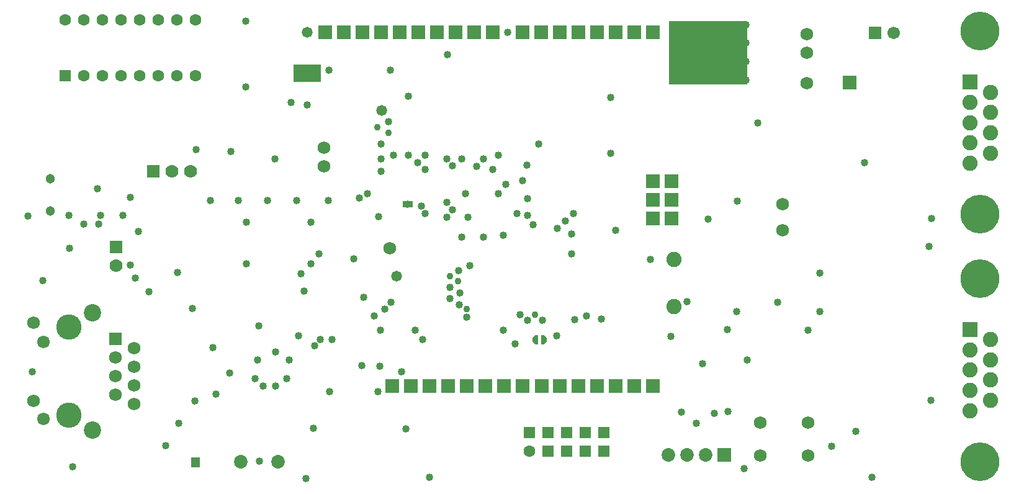
<source format=gbs>
G04*
G04 #@! TF.GenerationSoftware,Altium Limited,Altium Designer,20.1.7 (139)*
G04*
G04 Layer_Color=16711935*
%FSLAX25Y25*%
%MOIN*%
G70*
G04*
G04 #@! TF.SameCoordinates,24E638B0-66B5-4ADB-958A-7C5563F4B5AF*
G04*
G04*
G04 #@! TF.FilePolarity,Negative*
G04*
G01*
G75*
%ADD70C,0.05800*%
%ADD72C,0.07000*%
%ADD73R,0.05800X0.03800*%
%ADD76R,0.05130X0.05520*%
%ADD103R,0.42150X0.33950*%
%ADD105R,0.14600X0.09300*%
%ADD113R,0.07000X0.07000*%
%ADD114C,0.06800*%
%ADD115C,0.05131*%
%ADD116R,0.07000X0.07000*%
%ADD117C,0.07300*%
%ADD118C,0.06700*%
%ADD119R,0.06700X0.06700*%
%ADD120R,0.07300X0.07300*%
%ADD121R,0.06300X0.06300*%
%ADD122C,0.06300*%
%ADD123C,0.08200*%
%ADD124C,0.06310*%
%ADD125R,0.06310X0.06310*%
%ADD126C,0.13595*%
%ADD127R,0.06800X0.06800*%
%ADD128C,0.06784*%
%ADD129C,0.09300*%
%ADD130R,0.08200X0.08200*%
%ADD131C,0.20800*%
%ADD132R,0.07400X0.07400*%
%ADD133R,0.07800X0.07800*%
%ADD134C,0.04028*%
%ADD135C,0.03635*%
G36*
X444970Y238160D02*
X443300D01*
X441720Y236590D01*
Y234810D01*
X443300Y233240D01*
X444970D01*
Y238160D01*
D02*
G37*
G36*
X446350Y233240D02*
X448020D01*
X449600Y234860D01*
Y236640D01*
X448020Y238160D01*
X446350D01*
Y233240D01*
D02*
G37*
D70*
X360800Y358800D02*
D03*
X368800Y269800D02*
D03*
X320800Y400800D02*
D03*
D72*
X218300Y275300D02*
D03*
X258150Y326030D02*
D03*
X248150D02*
D03*
D73*
X374800Y308300D02*
D03*
D76*
X260805Y169800D02*
D03*
D103*
X536312Y389619D02*
D03*
D105*
X320800Y378800D02*
D03*
D113*
X218300Y285300D02*
D03*
D114*
X564230Y191150D02*
D03*
X589820D02*
D03*
X564230Y173430D02*
D03*
X589820D02*
D03*
X330000Y338910D02*
D03*
Y328910D02*
D03*
X576070Y308430D02*
D03*
Y294430D02*
D03*
X589300Y399800D02*
D03*
Y389800D02*
D03*
X228000Y231200D02*
D03*
X218000Y226200D02*
D03*
X228000Y221200D02*
D03*
X218000Y216200D02*
D03*
X228000Y211200D02*
D03*
X218000Y206200D02*
D03*
X228000Y201200D02*
D03*
X173700Y244700D02*
D03*
Y202700D02*
D03*
X365300Y284800D02*
D03*
X589300Y373300D02*
D03*
D115*
X182710Y304790D02*
D03*
Y322110D02*
D03*
D116*
X238150Y326030D02*
D03*
D117*
X305290Y170130D02*
D03*
X285290D02*
D03*
X534930Y173800D02*
D03*
X524930D02*
D03*
X514930D02*
D03*
D118*
X635800Y400300D02*
D03*
D119*
X625800D02*
D03*
D120*
X544930Y173800D02*
D03*
D121*
X190850Y377570D02*
D03*
D122*
X200850D02*
D03*
X210850D02*
D03*
X220850D02*
D03*
X230850D02*
D03*
X240850D02*
D03*
X250850D02*
D03*
X260850D02*
D03*
Y407570D02*
D03*
X250850D02*
D03*
X240850D02*
D03*
X230850D02*
D03*
X220850D02*
D03*
X210850D02*
D03*
X200850D02*
D03*
X190850D02*
D03*
D123*
X517800Y253300D02*
D03*
Y278900D02*
D03*
X676730Y363110D02*
D03*
Y352210D02*
D03*
Y341310D02*
D03*
Y330410D02*
D03*
X687930Y368510D02*
D03*
Y357610D02*
D03*
Y346810D02*
D03*
Y335910D02*
D03*
X676730Y230240D02*
D03*
Y219340D02*
D03*
Y208440D02*
D03*
Y197540D02*
D03*
X687930Y235640D02*
D03*
Y224740D02*
D03*
Y213940D02*
D03*
Y203040D02*
D03*
D124*
X440330Y175630D02*
D03*
D125*
X440335Y185625D02*
D03*
X450335Y175625D02*
D03*
Y185625D02*
D03*
X460335Y175625D02*
D03*
Y185625D02*
D03*
X470335Y175625D02*
D03*
Y185625D02*
D03*
X480335Y175625D02*
D03*
Y185625D02*
D03*
D126*
X193000Y242320D02*
D03*
Y195080D02*
D03*
D127*
X218000Y236200D02*
D03*
D128*
X179220Y234450D02*
D03*
Y193110D02*
D03*
D129*
X205500Y250200D02*
D03*
Y187200D02*
D03*
D130*
X676730Y374010D02*
D03*
Y241140D02*
D03*
D131*
X682330Y401410D02*
D03*
Y303010D02*
D03*
Y268540D02*
D03*
Y170140D02*
D03*
D132*
X466630Y400840D02*
D03*
X456630Y210840D02*
D03*
X476630Y400840D02*
D03*
X486630D02*
D03*
X496630D02*
D03*
X506630D02*
D03*
X456630D02*
D03*
X446630D02*
D03*
X436630D02*
D03*
X420630D02*
D03*
X410630D02*
D03*
X400630D02*
D03*
X390630D02*
D03*
X380630D02*
D03*
X370630D02*
D03*
X360630D02*
D03*
X350630D02*
D03*
X466630Y210840D02*
D03*
X476630D02*
D03*
X486630D02*
D03*
X496630D02*
D03*
X506630D02*
D03*
X436630D02*
D03*
X426630D02*
D03*
X416630D02*
D03*
X406630D02*
D03*
X396630D02*
D03*
X386630D02*
D03*
X340630Y400840D02*
D03*
X330630D02*
D03*
X376630Y210840D02*
D03*
X366630D02*
D03*
X446800Y210800D02*
D03*
D133*
X516630Y310840D02*
D03*
X506630D02*
D03*
Y320840D02*
D03*
X516630D02*
D03*
Y300840D02*
D03*
X506630D02*
D03*
X612300Y373800D02*
D03*
D134*
X295000Y243100D02*
D03*
X517030Y375240D02*
D03*
X526870D02*
D03*
X536710D02*
D03*
X546560D02*
D03*
X556400D02*
D03*
X517020Y385090D02*
D03*
X526860D02*
D03*
X536700D02*
D03*
X546540D02*
D03*
X556390D02*
D03*
X517020Y394940D02*
D03*
X526860D02*
D03*
X536700D02*
D03*
X546540D02*
D03*
X556390D02*
D03*
X517010Y404780D02*
D03*
X526850D02*
D03*
X536690D02*
D03*
X546530D02*
D03*
X556380D02*
D03*
X395960Y309300D02*
D03*
X398800Y305500D02*
D03*
X395960Y301430D02*
D03*
X382300Y307300D02*
D03*
X384150Y303400D02*
D03*
X403850Y290610D02*
D03*
X420560Y327020D02*
D03*
X384150D02*
D03*
X380200Y330800D02*
D03*
X384150Y334890D02*
D03*
X395800Y332900D02*
D03*
X398700Y329000D02*
D03*
X415650Y290620D02*
D03*
X408300Y275500D02*
D03*
X315250Y310290D02*
D03*
X332300Y310400D02*
D03*
X427450Y319150D02*
D03*
X551430Y250800D02*
D03*
X524900Y256150D02*
D03*
X546590Y240960D02*
D03*
X283750Y310290D02*
D03*
X445180Y340790D02*
D03*
X299500Y310290D02*
D03*
X438800Y329300D02*
D03*
X360520Y340800D02*
D03*
X364460Y352610D02*
D03*
X403830Y332930D02*
D03*
X415650Y332910D02*
D03*
X439260Y311270D02*
D03*
X439300Y302300D02*
D03*
X655800Y203000D02*
D03*
X442220Y297490D02*
D03*
X459600Y299500D02*
D03*
X455010Y295520D02*
D03*
X539660Y196110D02*
D03*
X521800Y196600D02*
D03*
X505210Y278790D02*
D03*
X551900Y310000D02*
D03*
X562700Y352000D02*
D03*
X360520Y326040D02*
D03*
X268990Y310290D02*
D03*
X312180Y362940D02*
D03*
X351300Y258300D02*
D03*
X360300Y240800D02*
D03*
X402100Y272800D02*
D03*
X365900Y255700D02*
D03*
X397400Y263900D02*
D03*
X303800Y210800D02*
D03*
X297300D02*
D03*
X303800Y229000D02*
D03*
X324800Y232500D02*
D03*
X362600Y252200D02*
D03*
X402900Y260700D02*
D03*
X356900Y248300D02*
D03*
X397400Y257600D02*
D03*
X402400Y254400D02*
D03*
X555400Y166400D02*
D03*
X435330Y249260D02*
D03*
X464400Y246400D02*
D03*
X471000Y248400D02*
D03*
X462890Y281740D02*
D03*
Y292570D02*
D03*
X455000Y237600D02*
D03*
X426300Y240700D02*
D03*
X432370Y233520D02*
D03*
X382800Y235800D02*
D03*
X406600Y247700D02*
D03*
X371600Y218500D02*
D03*
X324300Y188200D02*
D03*
X317400Y271000D02*
D03*
X332980Y207930D02*
D03*
X348800Y311800D02*
D03*
X303440Y332930D02*
D03*
X596310Y250800D02*
D03*
Y271470D02*
D03*
X516040Y237460D02*
D03*
X546930Y197100D02*
D03*
X573540Y255800D02*
D03*
X353230Y314220D02*
D03*
X405790Y314230D02*
D03*
X327060Y281740D02*
D03*
X346000Y279100D02*
D03*
X602650Y178400D02*
D03*
X423520Y314220D02*
D03*
X624300Y161800D02*
D03*
X615450Y186270D02*
D03*
X320200Y161100D02*
D03*
X209930Y302410D02*
D03*
X225700Y275600D02*
D03*
X225680Y312260D02*
D03*
X221750Y302410D02*
D03*
X261110Y337850D02*
D03*
X251100Y271800D02*
D03*
X358800Y207800D02*
D03*
X533300Y222800D02*
D03*
X557300Y224800D02*
D03*
X486500Y294560D02*
D03*
X279800Y336890D02*
D03*
X359300Y301800D02*
D03*
X426300Y291800D02*
D03*
X287680Y371310D02*
D03*
X320800Y361800D02*
D03*
X428430Y400850D02*
D03*
X423510Y334900D02*
D03*
X483800Y335800D02*
D03*
X433350Y303410D02*
D03*
X436370Y321110D02*
D03*
X375300Y334800D02*
D03*
X360510Y332930D02*
D03*
X367300Y334800D02*
D03*
X192770Y302370D02*
D03*
X228560Y268830D02*
D03*
X235800Y261300D02*
D03*
X170950Y301990D02*
D03*
X654800Y285800D02*
D03*
X332490Y380340D02*
D03*
X365490D02*
D03*
X208800Y297800D02*
D03*
X200800D02*
D03*
X386500Y161900D02*
D03*
X260600Y202800D02*
D03*
X271700Y206500D02*
D03*
X244800Y178800D02*
D03*
X251800Y190800D02*
D03*
X311300Y224800D02*
D03*
X279300Y217800D02*
D03*
X270300Y231320D02*
D03*
X194800Y167300D02*
D03*
X259300Y252470D02*
D03*
X208300Y316700D02*
D03*
X294300Y224800D02*
D03*
X350200Y221700D02*
D03*
X319300Y261800D02*
D03*
X327800Y235800D02*
D03*
X373900Y187700D02*
D03*
X309800Y214800D02*
D03*
X292800D02*
D03*
X173300Y218300D02*
D03*
X295300Y170300D02*
D03*
X478800Y246800D02*
D03*
X589800Y240800D02*
D03*
X620300Y330800D02*
D03*
X656300Y300800D02*
D03*
X529800Y190800D02*
D03*
X288300Y276300D02*
D03*
X316300Y237800D02*
D03*
X334300Y235800D02*
D03*
X375300Y366300D02*
D03*
X287800Y406800D02*
D03*
X316000Y376400D02*
D03*
X321000D02*
D03*
X326000D02*
D03*
X316000Y380900D02*
D03*
X321000D02*
D03*
X326000D02*
D03*
X407300Y301300D02*
D03*
X411800Y328800D02*
D03*
X536300Y300300D02*
D03*
X463900Y303300D02*
D03*
X483800Y365800D02*
D03*
X396300Y388800D02*
D03*
X359800Y221300D02*
D03*
X378800Y240800D02*
D03*
X178800Y267300D02*
D03*
X193300Y284800D02*
D03*
X230300Y293800D02*
D03*
X288300Y298800D02*
D03*
X322800Y276300D02*
D03*
Y298800D02*
D03*
X374800Y308300D02*
D03*
X447100Y246000D02*
D03*
X439260Y246140D02*
D03*
D135*
X364460Y346710D02*
D03*
X358600Y349600D02*
D03*
X397400Y269700D02*
D03*
X406600Y252000D02*
D03*
X443203Y249260D02*
D03*
X402000Y267000D02*
D03*
M02*

</source>
